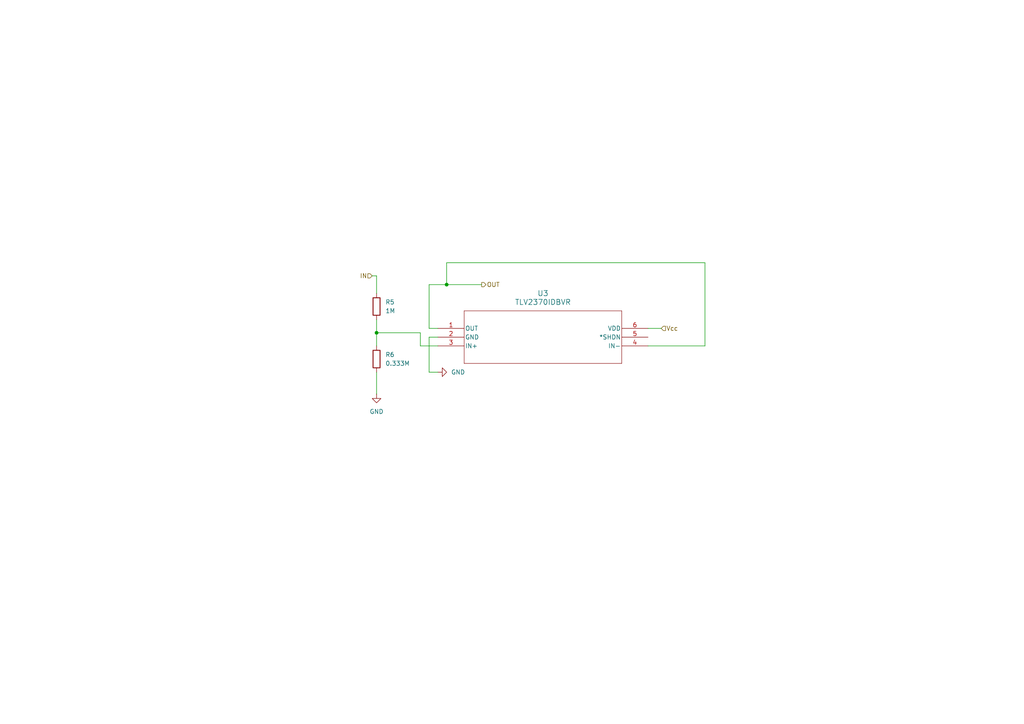
<source format=kicad_sch>
(kicad_sch (version 20231120) (generator "eeschema") (generator_version "8.0")
  (paper "A4")
  (lib_symbols
    (symbol "2025-02-22_17-10-12:TLV2370IDBVR" (pin_names (offset 0.254))
      (property "Reference" "U" (at 30.48 10.16 0))
      (property "Value" "TLV2370IDBVR" (at 30.48 7.62 0))
      (symbol "TLV2370IDBVR_0_1"
        (polyline (pts (xy 7.62 -10.16) (xy 53.34 -10.16)) (stroke (width 0.127)))
        (polyline (pts (xy 7.62 5.08) (xy 7.62 -10.16)) (stroke (width 0.127)))
        (polyline (pts (xy 53.34 -10.16) (xy 53.34 5.08)) (stroke (width 0.127)))
        (polyline (pts (xy 53.34 5.08) (xy 7.62 5.08)) (stroke (width 0.127)))
        (pin output line (at 0 0 0) (length 7.62) (name "OUT") (number "1"))
        (pin power_in line (at 0 -2.54 0) (length 7.62) (name "GND") (number "2"))
        (pin input line (at 0 -5.08 0) (length 7.62) (name "IN+") (number "3"))
        (pin input line (at 60.96 -5.08 180) (length 7.62) (name "IN-") (number "4"))
        (pin unspecified line (at 60.96 -2.54 180) (length 7.62) (name "*SHDN") (number "5"))
        (pin power_in line (at 60.96 0 180) (length 7.62) (name "VDD") (number "6"))
      )
    )
    (symbol "Device:R" (pin_numbers hide) (pin_names (offset 0))
      (property "Reference" "R" (at 2.032 0 90))
      (property "Value" "R" (at 0 0 90))
      (symbol "R_0_1"
        (rectangle (start -1.016 -2.54) (end 1.016 2.54) (stroke (width 0.254)))
      )
      (symbol "R_1_1"
        (pin passive line (at 0 3.81 270) (length 1.27) (name "~") (number "1"))
        (pin passive line (at 0 -3.81 90) (length 1.27) (name "~") (number "2"))
      )
    )
    (symbol "power:GND" (power) (pin_numbers hide) (pin_names (offset 0) hide)
      (property "Value" "GND" (at 0 -3.81 0))
      (symbol "GND_0_1"
        (polyline (pts (xy 0 0) (xy 0 -1.27) (xy 1.27 -1.27) (xy 0 -2.54) (xy -1.27 -1.27) (xy 0 -1.27)))
      )
      (symbol "GND_1_1"
        (pin power_in line (at 0 0 270) (length 0) (name "~") (number "1"))
      )
    )
  )
  (junction (at 109.22 96.52))
  (junction (at 129.54 82.55))
  (wire (pts (xy 127 95.25) (xy 124.46 95.25)))
  (wire (pts (xy 204.47 100.33) (xy 204.47 76.2)))
  (wire (pts (xy 124.46 95.25) (xy 124.46 82.55)))
  (wire (pts (xy 187.96 95.25) (xy 191.77 95.25)))
  (wire (pts (xy 204.47 76.2) (xy 129.54 76.2)))
  (wire (pts (xy 129.54 76.2) (xy 129.54 82.55)))
  (wire (pts (xy 121.92 96.52) (xy 109.22 96.52)))
  (wire (pts (xy 187.96 100.33) (xy 204.47 100.33)))
  (wire (pts (xy 124.46 82.55) (xy 129.54 82.55)))
  (wire (pts (xy 129.54 82.55) (xy 139.7 82.55)))
  (wire (pts (xy 107.95 80.01) (xy 109.22 80.01)))
  (wire (pts (xy 121.92 100.33) (xy 121.92 96.52)))
  (wire (pts (xy 124.46 107.95) (xy 124.46 97.79)))
  (wire (pts (xy 124.46 97.79) (xy 127 97.79)))
  (wire (pts (xy 127 100.33) (xy 121.92 100.33)))
  (wire (pts (xy 109.22 107.95) (xy 109.22 114.3)))
  (wire (pts (xy 109.22 80.01) (xy 109.22 85.09)))
  (wire (pts (xy 109.22 96.52) (xy 109.22 100.33)))
  (wire (pts (xy 127 107.95) (xy 124.46 107.95)))
  (wire (pts (xy 109.22 92.71) (xy 109.22 96.52)))
  (hierarchical_label "Vcc" (shape input) (at 191.77 95.25 0))
  (hierarchical_label "IN" (shape input) (at 107.95 80.01 180))
  (hierarchical_label "OUT" (shape output) (at 139.7 82.55 0))
  (symbol (lib_id "power:GND") (at 127 107.95 90) (unit 1)
    (property "Reference" "#PWR010" (effects (hide yes)))
    (property "Value" "GND" (at 130.81 107.9499 90) (effects (justify right)))
    (property "Description" "Power symbol creates a global label with name \"GND\" , ground" (effects (hide yes)))
  )
  (symbol (lib_id "power:GND") (at 109.22 114.3 0) (unit 1)
    (property "Reference" "#PWR011" (effects (hide yes)))
    (property "Value" "GND" (at 109.22 119.38 0))
    (property "Description" "Power symbol creates a global label with name \"GND\" , ground" (effects (hide yes)))
  )
  (symbol (lib_id "Device:R") (at 109.22 88.9 0) (unit 1)
    (property "Reference" "R5" (at 111.76 87.6299 0) (effects (justify left)))
    (property "Value" "1M" (at 111.76 90.1699 0) (effects (justify left)))
    (property "Footprint" "Resistor_SMD:R_0805_2012Metric_Pad1.20x1.40mm_HandSolder" (effects (hide yes)))
    (property "Description" "Resistor" (effects (hide yes)))
  )
  (symbol (lib_id "2025-02-22_17-10-12:TLV2370IDBVR") (at 127 95.25 0) (unit 1)
    (property "Reference" "U3" (at 157.48 85.09 0) (effects (font (size 1.524 1.524))))
    (property "Value" "TLV2370IDBVR" (at 157.48 87.63 0) (effects (font (size 1.524 1.524))))
    (property "Footprint" "DBV6" (effects (hide yes)))
    (property "Datasheet" "TLV2370IDBVR" (effects (hide yes)))
  )
  (symbol (lib_id "Device:R") (at 109.22 104.14 0) (unit 1)
    (property "Reference" "R6" (at 111.76 102.8699 0) (effects (justify left)))
    (property "Value" "0.333M" (at 111.76 105.4099 0) (effects (justify left)))
    (property "Footprint" "Resistor_SMD:R_0805_2012Metric_Pad1.20x1.40mm_HandSolder" (effects (hide yes)))
    (property "Description" "Resistor" (effects (hide yes)))
  )
)
</source>
